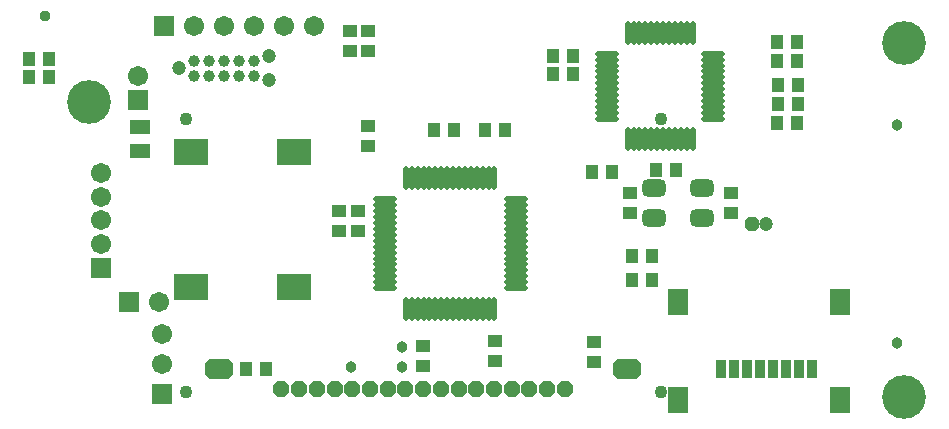
<source format=gbs>
%FSLAX25Y25*%
%MOIN*%
G70*
G01*
G75*
G04 Layer_Color=16711935*
%ADD10R,0.08661X0.05906*%
%ADD11O,0.00984X0.03347*%
%ADD12O,0.03150X0.01181*%
%ADD13O,0.01181X0.03150*%
%ADD14R,0.06299X0.06299*%
%ADD15R,0.03937X0.03543*%
%ADD16C,0.03000*%
G04:AMPARAMS|DCode=17|XSize=236.22mil|YSize=98.43mil|CornerRadius=24.61mil|HoleSize=0mil|Usage=FLASHONLY|Rotation=0.000|XOffset=0mil|YOffset=0mil|HoleType=Round|Shape=RoundedRectangle|*
%AMROUNDEDRECTD17*
21,1,0.23622,0.04921,0,0,0.0*
21,1,0.18701,0.09843,0,0,0.0*
1,1,0.04921,0.09350,-0.02461*
1,1,0.04921,-0.09350,-0.02461*
1,1,0.04921,-0.09350,0.02461*
1,1,0.04921,0.09350,0.02461*
%
%ADD17ROUNDEDRECTD17*%
G04:AMPARAMS|DCode=18|XSize=98.43mil|YSize=39.37mil|CornerRadius=9.84mil|HoleSize=0mil|Usage=FLASHONLY|Rotation=0.000|XOffset=0mil|YOffset=0mil|HoleType=Round|Shape=RoundedRectangle|*
%AMROUNDEDRECTD18*
21,1,0.09843,0.01969,0,0,0.0*
21,1,0.07874,0.03937,0,0,0.0*
1,1,0.01969,0.03937,-0.00984*
1,1,0.01969,-0.03937,-0.00984*
1,1,0.01969,-0.03937,0.00984*
1,1,0.01969,0.03937,0.00984*
%
%ADD18ROUNDEDRECTD18*%
G04:AMPARAMS|DCode=19|XSize=78.74mil|YSize=94.49mil|CornerRadius=19.69mil|HoleSize=0mil|Usage=FLASHONLY|Rotation=180.000|XOffset=0mil|YOffset=0mil|HoleType=Round|Shape=RoundedRectangle|*
%AMROUNDEDRECTD19*
21,1,0.07874,0.05512,0,0,180.0*
21,1,0.03937,0.09449,0,0,180.0*
1,1,0.03937,-0.01969,0.02756*
1,1,0.03937,0.01969,0.02756*
1,1,0.03937,0.01969,-0.02756*
1,1,0.03937,-0.01969,-0.02756*
%
%ADD19ROUNDEDRECTD19*%
%ADD20R,0.03543X0.03937*%
%ADD21R,0.03150X0.06693*%
%ADD22R,0.03150X0.04331*%
%ADD23R,0.09000X0.09000*%
%ADD24R,0.04331X0.05906*%
%ADD25R,0.05906X0.04331*%
G04:AMPARAMS|DCode=26|XSize=51.18mil|YSize=64.96mil|CornerRadius=12.8mil|HoleSize=0mil|Usage=FLASHONLY|Rotation=0.000|XOffset=0mil|YOffset=0mil|HoleType=Round|Shape=RoundedRectangle|*
%AMROUNDEDRECTD26*
21,1,0.05118,0.03937,0,0,0.0*
21,1,0.02559,0.06496,0,0,0.0*
1,1,0.02559,0.01280,-0.01969*
1,1,0.02559,-0.01280,-0.01969*
1,1,0.02559,-0.01280,0.01969*
1,1,0.02559,0.01280,0.01969*
%
%ADD26ROUNDEDRECTD26*%
G04:AMPARAMS|DCode=27|XSize=31.5mil|YSize=106.3mil|CornerRadius=7.87mil|HoleSize=0mil|Usage=FLASHONLY|Rotation=180.000|XOffset=0mil|YOffset=0mil|HoleType=Round|Shape=RoundedRectangle|*
%AMROUNDEDRECTD27*
21,1,0.03150,0.09055,0,0,180.0*
21,1,0.01575,0.10630,0,0,180.0*
1,1,0.01575,-0.00787,0.04528*
1,1,0.01575,0.00787,0.04528*
1,1,0.01575,0.00787,-0.04528*
1,1,0.01575,-0.00787,-0.04528*
%
%ADD27ROUNDEDRECTD27*%
G04:AMPARAMS|DCode=28|XSize=25.59mil|YSize=43.31mil|CornerRadius=6.4mil|HoleSize=0mil|Usage=FLASHONLY|Rotation=90.000|XOffset=0mil|YOffset=0mil|HoleType=Round|Shape=RoundedRectangle|*
%AMROUNDEDRECTD28*
21,1,0.02559,0.03051,0,0,90.0*
21,1,0.01280,0.04331,0,0,90.0*
1,1,0.01280,0.01526,0.00640*
1,1,0.01280,0.01526,-0.00640*
1,1,0.01280,-0.01526,-0.00640*
1,1,0.01280,-0.01526,0.00640*
%
%ADD28ROUNDEDRECTD28*%
%ADD29C,0.01181*%
%ADD30C,0.01969*%
%ADD31C,0.01000*%
%ADD32C,0.03937*%
%ADD33C,0.03902*%
%ADD34C,0.02953*%
%ADD35C,0.03543*%
G04:AMPARAMS|DCode=36|XSize=86.61mil|YSize=59.06mil|CornerRadius=0mil|HoleSize=0mil|Usage=FLASHONLY|Rotation=0.000|XOffset=0mil|YOffset=0mil|HoleType=Round|Shape=Octagon|*
%AMOCTAGOND36*
4,1,8,0.04331,-0.01476,0.04331,0.01476,0.02854,0.02953,-0.02854,0.02953,-0.04331,0.01476,-0.04331,-0.01476,-0.02854,-0.02953,0.02854,-0.02953,0.04331,-0.01476,0.0*
%
%ADD36OCTAGOND36*%

%ADD37P,0.05114X8X22.5*%
%ADD38C,0.13780*%
%ADD39C,0.05906*%
%ADD40R,0.05906X0.05906*%
%ADD41P,0.04261X8X22.5*%
%ADD42C,0.03937*%
%ADD43R,0.05906X0.05906*%
%ADD44C,0.01969*%
%ADD45C,0.02362*%
%ADD46C,0.04724*%
%ADD47C,0.04000*%
%ADD48C,0.07902*%
%ADD49C,0.06953*%
%ADD50C,0.07543*%
%ADD51O,0.10693X0.07150*%
%ADD52C,0.06362*%
%ADD53C,0.13843*%
%ADD54C,0.05181*%
%ADD55C,0.03098*%
%ADD56R,0.10630X0.07874*%
%ADD57R,0.05709X0.07874*%
%ADD58R,0.03150X0.05906*%
%ADD59O,0.01181X0.07087*%
%ADD60O,0.07087X0.01181*%
G04:AMPARAMS|DCode=61|XSize=50mil|YSize=70mil|CornerRadius=12.5mil|HoleSize=0mil|Usage=FLASHONLY|Rotation=90.000|XOffset=0mil|YOffset=0mil|HoleType=Round|Shape=RoundedRectangle|*
%AMROUNDEDRECTD61*
21,1,0.05000,0.04500,0,0,90.0*
21,1,0.02500,0.07000,0,0,90.0*
1,1,0.02500,0.02250,0.01250*
1,1,0.02500,0.02250,-0.01250*
1,1,0.02500,-0.02250,-0.01250*
1,1,0.02500,-0.02250,0.01250*
%
%ADD61ROUNDEDRECTD61*%
%ADD62C,0.00984*%
%ADD63C,0.00394*%
%ADD64C,0.00787*%
%ADD65R,0.09461X0.06706*%
%ADD66O,0.01784X0.04147*%
%ADD67O,0.03950X0.01981*%
%ADD68O,0.01981X0.03950*%
%ADD69R,0.07099X0.07099*%
%ADD70R,0.04737X0.04343*%
%ADD71C,0.03800*%
G04:AMPARAMS|DCode=72|XSize=244.22mil|YSize=106.42mil|CornerRadius=28.61mil|HoleSize=0mil|Usage=FLASHONLY|Rotation=0.000|XOffset=0mil|YOffset=0mil|HoleType=Round|Shape=RoundedRectangle|*
%AMROUNDEDRECTD72*
21,1,0.24422,0.04921,0,0,0.0*
21,1,0.18701,0.10642,0,0,0.0*
1,1,0.05721,0.09350,-0.02461*
1,1,0.05721,-0.09350,-0.02461*
1,1,0.05721,-0.09350,0.02461*
1,1,0.05721,0.09350,0.02461*
%
%ADD72ROUNDEDRECTD72*%
G04:AMPARAMS|DCode=73|XSize=106.42mil|YSize=47.37mil|CornerRadius=13.84mil|HoleSize=0mil|Usage=FLASHONLY|Rotation=0.000|XOffset=0mil|YOffset=0mil|HoleType=Round|Shape=RoundedRectangle|*
%AMROUNDEDRECTD73*
21,1,0.10642,0.01969,0,0,0.0*
21,1,0.07874,0.04737,0,0,0.0*
1,1,0.02769,0.03937,-0.00984*
1,1,0.02769,-0.03937,-0.00984*
1,1,0.02769,-0.03937,0.00984*
1,1,0.02769,0.03937,0.00984*
%
%ADD73ROUNDEDRECTD73*%
G04:AMPARAMS|DCode=74|XSize=86.74mil|YSize=102.49mil|CornerRadius=23.69mil|HoleSize=0mil|Usage=FLASHONLY|Rotation=180.000|XOffset=0mil|YOffset=0mil|HoleType=Round|Shape=RoundedRectangle|*
%AMROUNDEDRECTD74*
21,1,0.08674,0.05512,0,0,180.0*
21,1,0.03937,0.10249,0,0,180.0*
1,1,0.04737,-0.01969,0.02756*
1,1,0.04737,0.01969,0.02756*
1,1,0.04737,0.01969,-0.02756*
1,1,0.04737,-0.01969,-0.02756*
%
%ADD74ROUNDEDRECTD74*%
%ADD75R,0.04343X0.04737*%
%ADD76R,0.03950X0.07493*%
%ADD77R,0.03950X0.05131*%
%ADD78R,0.09800X0.09800*%
%ADD79R,0.05131X0.06706*%
%ADD80R,0.06706X0.05131*%
G04:AMPARAMS|DCode=81|XSize=59.18mil|YSize=72.96mil|CornerRadius=16.8mil|HoleSize=0mil|Usage=FLASHONLY|Rotation=0.000|XOffset=0mil|YOffset=0mil|HoleType=Round|Shape=RoundedRectangle|*
%AMROUNDEDRECTD81*
21,1,0.05918,0.03937,0,0,0.0*
21,1,0.02559,0.07296,0,0,0.0*
1,1,0.03359,0.01280,-0.01969*
1,1,0.03359,-0.01280,-0.01969*
1,1,0.03359,-0.01280,0.01969*
1,1,0.03359,0.01280,0.01969*
%
%ADD81ROUNDEDRECTD81*%
G04:AMPARAMS|DCode=82|XSize=39.5mil|YSize=114.3mil|CornerRadius=11.87mil|HoleSize=0mil|Usage=FLASHONLY|Rotation=180.000|XOffset=0mil|YOffset=0mil|HoleType=Round|Shape=RoundedRectangle|*
%AMROUNDEDRECTD82*
21,1,0.03950,0.09055,0,0,180.0*
21,1,0.01575,0.11430,0,0,180.0*
1,1,0.02375,-0.00787,0.04528*
1,1,0.02375,0.00787,0.04528*
1,1,0.02375,0.00787,-0.04528*
1,1,0.02375,-0.00787,-0.04528*
%
%ADD82ROUNDEDRECTD82*%
G04:AMPARAMS|DCode=83|XSize=33.59mil|YSize=51.31mil|CornerRadius=10.4mil|HoleSize=0mil|Usage=FLASHONLY|Rotation=90.000|XOffset=0mil|YOffset=0mil|HoleType=Round|Shape=RoundedRectangle|*
%AMROUNDEDRECTD83*
21,1,0.03359,0.03051,0,0,90.0*
21,1,0.01280,0.05131,0,0,90.0*
1,1,0.02080,0.01526,0.00640*
1,1,0.02080,0.01526,-0.00640*
1,1,0.02080,-0.01526,-0.00640*
1,1,0.02080,-0.01526,0.00640*
%
%ADD83ROUNDEDRECTD83*%
%ADD84C,0.04702*%
%ADD85C,0.03753*%
%ADD86C,0.04343*%
G04:AMPARAMS|DCode=87|XSize=94.61mil|YSize=67.06mil|CornerRadius=0mil|HoleSize=0mil|Usage=FLASHONLY|Rotation=0.000|XOffset=0mil|YOffset=0mil|HoleType=Round|Shape=Octagon|*
%AMOCTAGOND87*
4,1,8,0.04731,-0.01676,0.04731,0.01676,0.03054,0.03353,-0.03054,0.03353,-0.04731,0.01676,-0.04731,-0.01676,-0.03054,-0.03353,0.03054,-0.03353,0.04731,-0.01676,0.0*
%
%ADD87OCTAGOND87*%

%ADD88P,0.05980X8X22.5*%
%ADD89C,0.14579*%
%ADD90C,0.06706*%
%ADD91R,0.06706X0.06706*%
%ADD92P,0.05127X8X22.5*%
%ADD93C,0.04737*%
%ADD94R,0.06706X0.06706*%
%ADD95C,0.03898*%
%ADD96R,0.11430X0.08674*%
%ADD97R,0.06509X0.08674*%
%ADD98R,0.03550X0.06306*%
%ADD99O,0.01981X0.07887*%
%ADD100O,0.07887X0.01981*%
G04:AMPARAMS|DCode=101|XSize=58mil|YSize=78mil|CornerRadius=16.5mil|HoleSize=0mil|Usage=FLASHONLY|Rotation=90.000|XOffset=0mil|YOffset=0mil|HoleType=Round|Shape=RoundedRectangle|*
%AMROUNDEDRECTD101*
21,1,0.05800,0.04500,0,0,90.0*
21,1,0.02500,0.07800,0,0,90.0*
1,1,0.03300,0.02250,0.01250*
1,1,0.03300,0.02250,-0.01250*
1,1,0.03300,-0.02250,-0.01250*
1,1,0.03300,-0.02250,0.01250*
%
%ADD101ROUNDEDRECTD101*%
D70*
X171555Y62846D02*
D03*
Y56154D02*
D03*
X165555Y56154D02*
D03*
Y62846D02*
D03*
X247000Y-40653D02*
D03*
Y-47346D02*
D03*
X171500Y24654D02*
D03*
Y31346D02*
D03*
X168445Y-3847D02*
D03*
Y2847D02*
D03*
X161945Y-3847D02*
D03*
Y2847D02*
D03*
X190100Y-42154D02*
D03*
Y-48846D02*
D03*
X213800Y-40554D02*
D03*
Y-47246D02*
D03*
X292500Y2153D02*
D03*
Y8846D02*
D03*
X259000Y8846D02*
D03*
Y2153D02*
D03*
D71*
X348000Y31500D02*
D03*
X166000Y-49000D02*
D03*
X183000D02*
D03*
Y-42555D02*
D03*
X348000Y-41000D02*
D03*
D75*
X130894Y-49841D02*
D03*
X137587D02*
D03*
X193654Y30000D02*
D03*
X200346D02*
D03*
X259500Y-20055D02*
D03*
X266193D02*
D03*
X259500Y-12055D02*
D03*
X266193D02*
D03*
X210653Y30000D02*
D03*
X217347D02*
D03*
X308063Y32276D02*
D03*
X314756D02*
D03*
X267653Y16555D02*
D03*
X274346D02*
D03*
X308063Y59146D02*
D03*
X314756D02*
D03*
X233154Y54500D02*
D03*
X239846D02*
D03*
X314846Y38500D02*
D03*
X308154D02*
D03*
X314846Y45000D02*
D03*
X308154D02*
D03*
X314756Y52782D02*
D03*
X308063D02*
D03*
X233154Y48500D02*
D03*
X239846D02*
D03*
X246153Y16000D02*
D03*
X252847D02*
D03*
X65346Y53500D02*
D03*
X58653D02*
D03*
X65346Y47500D02*
D03*
X58653D02*
D03*
D80*
X95500Y30937D02*
D03*
Y23063D02*
D03*
D84*
X138500Y46504D02*
D03*
Y54496D02*
D03*
X108500Y50500D02*
D03*
D85*
X64000Y68000D02*
D03*
D86*
X110866Y33417D02*
D03*
Y-57528D02*
D03*
X269134Y33417D02*
D03*
Y-57528D02*
D03*
D87*
X258110Y-49850D02*
D03*
X121890D02*
D03*
D88*
X142756Y-56346D02*
D03*
X148661D02*
D03*
X154567D02*
D03*
X160473D02*
D03*
X166378D02*
D03*
X172283D02*
D03*
X178189D02*
D03*
X184095D02*
D03*
X190000D02*
D03*
X195905D02*
D03*
X201811D02*
D03*
X207716D02*
D03*
X213622D02*
D03*
X219528D02*
D03*
X225433D02*
D03*
X231339D02*
D03*
X237244D02*
D03*
D89*
X350394Y-59055D02*
D03*
Y59055D02*
D03*
X78740Y39370D02*
D03*
D90*
X95000Y47874D02*
D03*
X82500Y-8126D02*
D03*
Y-252D02*
D03*
Y7622D02*
D03*
Y15496D02*
D03*
X102000Y-27500D02*
D03*
X153500Y64500D02*
D03*
X143500D02*
D03*
X133500D02*
D03*
X123500D02*
D03*
X113500D02*
D03*
X103000Y-38000D02*
D03*
Y-48000D02*
D03*
D91*
X95000Y40000D02*
D03*
X82500Y-16000D02*
D03*
X103000Y-58000D02*
D03*
D92*
X299638Y-1575D02*
D03*
D93*
X304362D02*
D03*
D94*
X92000Y-27500D02*
D03*
X103500Y64500D02*
D03*
D95*
X113500Y53000D02*
D03*
X118500D02*
D03*
X123500D02*
D03*
X128500D02*
D03*
X133500D02*
D03*
Y48000D02*
D03*
X128500D02*
D03*
X123500D02*
D03*
X118500D02*
D03*
X113500D02*
D03*
D96*
X112598Y22441D02*
D03*
Y-22441D02*
D03*
X146850D02*
D03*
Y22441D02*
D03*
D97*
X329067Y-27409D02*
D03*
X274933D02*
D03*
Y-60047D02*
D03*
X329067D02*
D03*
D98*
X298063Y-49811D02*
D03*
X293732D02*
D03*
X289402D02*
D03*
X302394D02*
D03*
X306724D02*
D03*
X311055D02*
D03*
X315386D02*
D03*
X319717D02*
D03*
D99*
X213764Y-29850D02*
D03*
X211795Y-29850D02*
D03*
X209827D02*
D03*
X207858D02*
D03*
X205890D02*
D03*
X203921Y-29850D02*
D03*
X201953D02*
D03*
X199984D02*
D03*
X198016Y-29850D02*
D03*
X196047D02*
D03*
X194079D02*
D03*
X192110Y-29850D02*
D03*
X190142D02*
D03*
X188173Y-29850D02*
D03*
X186205Y-29850D02*
D03*
X184236D02*
D03*
Y13850D02*
D03*
X186205D02*
D03*
X188173D02*
D03*
X190142D02*
D03*
X192110D02*
D03*
X194079Y13850D02*
D03*
X196047D02*
D03*
X198016D02*
D03*
X199984Y13850D02*
D03*
X201953D02*
D03*
X203921D02*
D03*
X205890D02*
D03*
X207858Y13850D02*
D03*
X209827Y13850D02*
D03*
X211795D02*
D03*
X213764Y13850D02*
D03*
X279827Y26783D02*
D03*
X277858D02*
D03*
X275890D02*
D03*
X273921D02*
D03*
X271953Y26783D02*
D03*
X269984D02*
D03*
X268016D02*
D03*
X266047Y26783D02*
D03*
X264079D02*
D03*
X262110D02*
D03*
X260142D02*
D03*
X258173Y26783D02*
D03*
Y62217D02*
D03*
X260142Y62217D02*
D03*
X262110D02*
D03*
X264079D02*
D03*
X266047D02*
D03*
X268016Y62217D02*
D03*
X269984D02*
D03*
X271953D02*
D03*
X273921Y62217D02*
D03*
X275890D02*
D03*
X277858D02*
D03*
X279827D02*
D03*
D100*
X177150Y-22764D02*
D03*
Y-20795D02*
D03*
Y-18827D02*
D03*
X177150Y-16858D02*
D03*
Y-14890D02*
D03*
X177150Y-12921D02*
D03*
Y-10953D02*
D03*
Y-8984D02*
D03*
Y-7016D02*
D03*
Y-5047D02*
D03*
Y-3079D02*
D03*
Y-1110D02*
D03*
Y858D02*
D03*
Y2827D02*
D03*
Y4795D02*
D03*
Y6764D02*
D03*
X220850Y6764D02*
D03*
X220850Y4795D02*
D03*
Y2827D02*
D03*
X220850Y858D02*
D03*
Y-1110D02*
D03*
Y-3079D02*
D03*
Y-5047D02*
D03*
Y-7016D02*
D03*
X220850Y-8984D02*
D03*
Y-10953D02*
D03*
X220850Y-12921D02*
D03*
Y-14890D02*
D03*
Y-16858D02*
D03*
Y-18827D02*
D03*
Y-20795D02*
D03*
Y-22764D02*
D03*
X286717Y55327D02*
D03*
Y53358D02*
D03*
Y51390D02*
D03*
Y49421D02*
D03*
X286717Y47453D02*
D03*
Y45484D02*
D03*
Y43516D02*
D03*
X286717Y41547D02*
D03*
Y39579D02*
D03*
X286717Y37610D02*
D03*
Y35642D02*
D03*
Y33673D02*
D03*
X251284D02*
D03*
Y35642D02*
D03*
Y37610D02*
D03*
Y39579D02*
D03*
Y41547D02*
D03*
X251283Y43516D02*
D03*
Y45484D02*
D03*
Y47453D02*
D03*
X251284Y49421D02*
D03*
Y51390D02*
D03*
Y53358D02*
D03*
Y55327D02*
D03*
D101*
X267000Y430D02*
D03*
Y10680D02*
D03*
X283000D02*
D03*
Y430D02*
D03*
M02*

</source>
